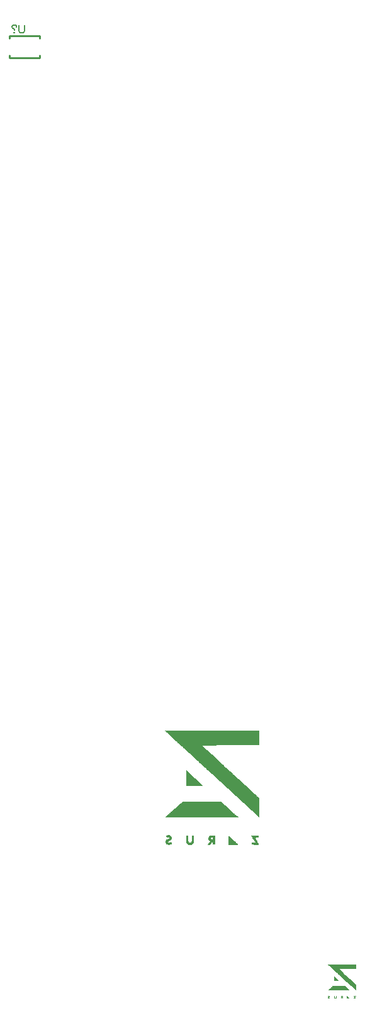
<source format=gbo>
G04 Layer: BottomSilkLayer*
G04 EasyEDA v6.4.7, 2021-05-23T18:21:04+05:00*
G04 4ba805003f7d4cf790364f2a1c8dc171,d3277c0307964fb6908111913dbd2705,10*
G04 Gerber Generator version 0.2*
G04 Scale: 100 percent, Rotated: No, Reflected: No *
G04 Dimensions in inches *
G04 leading zeros omitted , absolute positions ,2 integer and 4 decimal *
%FSLAX24Y24*%
%MOIN*%
G90*
D02*

%ADD10C,0.010000*%
%ADD30C,0.006000*%

%LPD*%

%LPD*%
G36*
G01X14537Y1246D02*
G01X14404Y1368D01*
G01X14402Y1246D01*
G01X14402Y1133D01*
G01X14403Y1123D01*
G01X14414Y1122D01*
G01X14443Y1121D01*
G01X14486Y1121D01*
G01X14537Y1122D01*
G01X14669Y1123D01*
G01X14537Y1246D01*
G37*

%LPD*%
G36*
G01X15568Y1998D02*
G01X14630Y1998D01*
G01X14595Y1997D01*
G01X14239Y1997D01*
G01X14217Y1996D01*
G01X14072Y1996D01*
G01X14070Y1995D01*
G01X14069Y1995D01*
G01X14069Y1994D01*
G01X14072Y1993D01*
G01X14079Y1986D01*
G01X14085Y1981D01*
G01X14099Y1967D01*
G01X14108Y1959D01*
G01X14118Y1950D01*
G01X14129Y1940D01*
G01X14141Y1929D01*
G01X14154Y1917D01*
G01X14168Y1905D01*
G01X14182Y1891D01*
G01X14198Y1877D01*
G01X14232Y1845D01*
G01X14270Y1811D01*
G01X14290Y1792D01*
G01X14332Y1754D01*
G01X14355Y1734D01*
G01X14377Y1713D01*
G01X14425Y1669D01*
G01X14450Y1646D01*
G01X14476Y1623D01*
G01X14502Y1599D01*
G01X14528Y1574D01*
G01X14555Y1550D01*
G01X14611Y1498D01*
G01X14639Y1473D01*
G01X14697Y1419D01*
G01X14727Y1392D01*
G01X14757Y1364D01*
G01X14788Y1336D01*
G01X14818Y1308D01*
G01X15565Y624D01*
G01X15567Y773D01*
G01X15567Y819D01*
G01X15568Y854D01*
G01X15567Y881D01*
G01X15567Y901D01*
G01X15565Y915D01*
G01X15564Y924D01*
G01X15561Y930D01*
G01X15558Y935D01*
G01X15554Y938D01*
G01X15537Y955D01*
G01X15523Y967D01*
G01X15507Y983D01*
G01X15488Y1000D01*
G01X15467Y1020D01*
G01X15443Y1042D01*
G01X15418Y1065D01*
G01X15392Y1089D01*
G01X15364Y1115D01*
G01X15335Y1141D01*
G01X15320Y1155D01*
G01X15304Y1169D01*
G01X15288Y1184D01*
G01X15271Y1200D01*
G01X15253Y1217D01*
G01X15234Y1233D01*
G01X15215Y1251D01*
G01X15196Y1268D01*
G01X15177Y1286D01*
G01X15157Y1304D01*
G01X15137Y1323D01*
G01X15117Y1341D01*
G01X15097Y1360D01*
G01X15056Y1397D01*
G01X15016Y1433D01*
G01X14978Y1469D01*
G01X14940Y1503D01*
G01X14906Y1535D01*
G01X14889Y1550D01*
G01X14655Y1765D01*
G01X15112Y1766D01*
G01X15568Y1768D01*
G01X15568Y1998D01*
G37*

%LPD*%
G36*
G01X14955Y873D02*
G01X14591Y873D01*
G01X14537Y872D01*
G01X14454Y872D01*
G01X14424Y871D01*
G01X14399Y871D01*
G01X14380Y870D01*
G01X14366Y869D01*
G01X14355Y868D01*
G01X14347Y866D01*
G01X14341Y864D01*
G01X14336Y862D01*
G01X14330Y857D01*
G01X14319Y848D01*
G01X14305Y836D01*
G01X14287Y821D01*
G01X14267Y803D01*
G01X14244Y783D01*
G01X14221Y762D01*
G01X14197Y741D01*
G01X14174Y719D01*
G01X14152Y699D01*
G01X14131Y679D01*
G01X14112Y662D01*
G01X14077Y627D01*
G01X14074Y623D01*
G01X14080Y623D01*
G01X14086Y622D01*
G01X14095Y622D01*
G01X14106Y621D01*
G01X14174Y621D01*
G01X14196Y620D01*
G01X14272Y620D01*
G01X14301Y619D01*
G01X15137Y619D01*
G01X15157Y620D01*
G01X15215Y620D01*
G01X15224Y621D01*
G01X15235Y621D01*
G01X15232Y624D01*
G01X15223Y632D01*
G01X15210Y644D01*
G01X15193Y659D01*
G01X15172Y678D01*
G01X15148Y699D01*
G01X15122Y723D01*
G01X15093Y748D01*
G01X14955Y873D01*
G37*

%LPD*%
G36*
G01X14129Y340D02*
G01X14125Y340D01*
G01X14114Y338D01*
G01X14099Y333D01*
G01X14086Y328D01*
G01X14081Y323D01*
G01X14083Y314D01*
G01X14090Y307D01*
G01X14100Y303D01*
G01X14112Y301D01*
G01X14127Y298D01*
G01X14132Y292D01*
G01X14127Y285D01*
G01X14114Y278D01*
G01X14096Y271D01*
G01X14084Y261D01*
G01X14077Y249D01*
G01X14074Y235D01*
G01X14081Y209D01*
G01X14098Y191D01*
G01X14124Y184D01*
G01X14156Y189D01*
G01X14169Y194D01*
G01X14176Y200D01*
G01X14176Y208D01*
G01X14171Y219D01*
G01X14167Y226D01*
G01X14163Y228D01*
G01X14157Y226D01*
G01X14147Y221D01*
G01X14137Y215D01*
G01X14131Y213D01*
G01X14126Y215D01*
G01X14120Y219D01*
G01X14115Y228D01*
G01X14117Y235D01*
G01X14126Y243D01*
G01X14144Y251D01*
G01X14168Y267D01*
G01X14176Y290D01*
G01X14169Y313D01*
G01X14147Y332D01*
G01X14140Y336D01*
G01X14134Y338D01*
G01X14129Y340D01*
G37*

%LPD*%
G36*
G01X15557Y334D02*
G01X15434Y334D01*
G01X15451Y305D01*
G01X15459Y292D01*
G01X15477Y262D01*
G01X15484Y250D01*
G01X15501Y222D01*
G01X15471Y221D01*
G01X15454Y219D01*
G01X15445Y217D01*
G01X15442Y211D01*
G01X15442Y202D01*
G01X15444Y186D01*
G01X15503Y184D01*
G01X15527Y184D01*
G01X15546Y185D01*
G01X15558Y186D01*
G01X15562Y188D01*
G01X15560Y195D01*
G01X15553Y207D01*
G01X15544Y225D01*
G01X15502Y295D01*
G01X15527Y298D01*
G01X15541Y300D01*
G01X15549Y303D01*
G01X15553Y309D01*
G01X15555Y317D01*
G01X15557Y334D01*
G37*

%LPD*%
G36*
G01X15086Y323D02*
G01X15080Y328D01*
G01X15079Y323D01*
G01X15079Y307D01*
G01X15078Y284D01*
G01X15078Y183D01*
G01X15187Y183D01*
G01X15210Y184D01*
G01X15224Y186D01*
G01X15228Y189D01*
G01X15222Y197D01*
G01X15206Y213D01*
G01X15182Y236D01*
G01X15126Y288D01*
G01X15086Y323D01*
G37*

%LPD*%
G36*
G01X14437Y334D02*
G01X14401Y334D01*
G01X14401Y243D01*
G01X14403Y224D01*
G01X14409Y212D01*
G01X14418Y201D01*
G01X14429Y192D01*
G01X14438Y186D01*
G01X14450Y184D01*
G01X14464Y183D01*
G01X14479Y184D01*
G01X14490Y186D01*
G01X14500Y192D01*
G01X14510Y201D01*
G01X14520Y212D01*
G01X14526Y224D01*
G01X14527Y243D01*
G01X14528Y276D01*
G01X14528Y334D01*
G01X14492Y334D01*
G01X14492Y288D01*
G01X14490Y255D01*
G01X14485Y233D01*
G01X14477Y222D01*
G01X14462Y219D01*
G01X14449Y222D01*
G01X14442Y232D01*
G01X14438Y253D01*
G01X14437Y290D01*
G01X14437Y334D01*
G37*

%LPD*%
G36*
G01X14867Y334D02*
G01X14830Y334D01*
G01X14795Y332D01*
G01X14773Y324D01*
G01X14761Y308D01*
G01X14758Y284D01*
G01X14759Y273D01*
G01X14760Y265D01*
G01X14764Y259D01*
G01X14770Y254D01*
G01X14778Y248D01*
G01X14781Y242D01*
G01X14776Y232D01*
G01X14764Y216D01*
G01X14757Y207D01*
G01X14747Y192D01*
G01X14746Y188D01*
G01X14747Y186D01*
G01X14752Y184D01*
G01X14758Y183D01*
G01X14766Y183D01*
G01X14778Y184D01*
G01X14786Y188D01*
G01X14794Y196D01*
G01X14804Y210D01*
G01X14821Y238D01*
G01X14824Y212D01*
G01X14827Y198D01*
G01X14830Y190D01*
G01X14835Y187D01*
G01X14846Y186D01*
G01X14864Y186D01*
G01X14867Y334D01*
G37*

%LPC*%
G36*
G01X14818Y303D02*
G01X14813Y304D01*
G01X14808Y303D01*
G01X14804Y301D01*
G01X14800Y298D01*
G01X14798Y294D01*
G01X14797Y285D01*
G01X14801Y277D01*
G01X14807Y270D01*
G01X14816Y268D01*
G01X14819Y269D01*
G01X14822Y273D01*
G01X14824Y278D01*
G01X14824Y294D01*
G01X14822Y300D01*
G01X14818Y303D01*
G37*

%LPD*%
G36*
G01X7453Y11469D02*
G01X6569Y12283D01*
G01X6563Y11878D01*
G01X6563Y11837D01*
G01X6562Y11797D01*
G01X6562Y11758D01*
G01X6561Y11721D01*
G01X6561Y11563D01*
G01X6562Y11540D01*
G01X6562Y11519D01*
G01X6563Y11501D01*
G01X6563Y11486D01*
G01X6564Y11476D01*
G01X6564Y11469D01*
G01X6565Y11466D01*
G01X6568Y11465D01*
G01X6576Y11464D01*
G01X6587Y11464D01*
G01X6603Y11463D01*
G01X6645Y11463D01*
G01X6671Y11462D01*
G01X6841Y11462D01*
G01X6882Y11463D01*
G01X6968Y11463D01*
G01X7013Y11464D01*
G01X7453Y11469D01*
G37*

%LPD*%
G36*
G01X10450Y14382D02*
G01X6698Y14382D01*
G01X6664Y14381D01*
G01X6351Y14381D01*
G01X6321Y14380D01*
G01X5954Y14380D01*
G01X5931Y14379D01*
G01X5784Y14379D01*
G01X5765Y14378D01*
G01X5603Y14378D01*
G01X5589Y14377D01*
G01X5522Y14377D01*
G01X5513Y14376D01*
G01X5459Y14376D01*
G01X5456Y14375D01*
G01X5451Y14375D01*
G01X5453Y14373D01*
G01X5455Y14372D01*
G01X5456Y14370D01*
G01X5458Y14368D01*
G01X5461Y14366D01*
G01X5463Y14363D01*
G01X5467Y14361D01*
G01X5470Y14357D01*
G01X5474Y14354D01*
G01X5482Y14346D01*
G01X5487Y14342D01*
G01X5492Y14337D01*
G01X5504Y14327D01*
G01X5516Y14315D01*
G01X5530Y14303D01*
G01X5538Y14296D01*
G01X5545Y14288D01*
G01X5553Y14281D01*
G01X5589Y14249D01*
G01X5598Y14240D01*
G01X5608Y14231D01*
G01X5619Y14221D01*
G01X5629Y14212D01*
G01X5651Y14192D01*
G01X5662Y14181D01*
G01X5674Y14171D01*
G01X5686Y14160D01*
G01X5698Y14148D01*
G01X5711Y14137D01*
G01X5723Y14125D01*
G01X5737Y14113D01*
G01X5750Y14101D01*
G01X5764Y14088D01*
G01X5778Y14076D01*
G01X5806Y14050D01*
G01X5851Y14008D01*
G01X5883Y13980D01*
G01X5915Y13950D01*
G01X5932Y13935D01*
G01X5948Y13919D01*
G01X5965Y13904D01*
G01X5983Y13888D01*
G01X6000Y13872D01*
G01X6018Y13855D01*
G01X6036Y13839D01*
G01X6054Y13822D01*
G01X6111Y13771D01*
G01X6149Y13735D01*
G01X6169Y13717D01*
G01X6188Y13699D01*
G01X6209Y13681D01*
G01X6229Y13662D01*
G01X6250Y13643D01*
G01X6270Y13624D01*
G01X6312Y13586D01*
G01X6334Y13566D01*
G01X6355Y13546D01*
G01X6399Y13506D01*
G01X6444Y13465D01*
G01X6466Y13445D01*
G01X6535Y13382D01*
G01X6559Y13360D01*
G01X6582Y13339D01*
G01X6678Y13251D01*
G01X6702Y13228D01*
G01X6727Y13206D01*
G01X6827Y13114D01*
G01X6853Y13091D01*
G01X6878Y13067D01*
G01X6904Y13044D01*
G01X6982Y12972D01*
G01X7009Y12948D01*
G01X7035Y12923D01*
G01X7062Y12899D01*
G01X7115Y12850D01*
G01X7142Y12825D01*
G01X7170Y12800D01*
G01X7225Y12750D01*
G01X7252Y12725D01*
G01X7308Y12673D01*
G01X7336Y12648D01*
G01X7392Y12596D01*
G01X7421Y12570D01*
G01X7449Y12544D01*
G01X7507Y12492D01*
G01X7535Y12465D01*
G01X7564Y12438D01*
G01X7593Y12412D01*
G01X7652Y12358D01*
G01X7681Y12332D01*
G01X7710Y12305D01*
G01X7770Y12250D01*
G01X7800Y12223D01*
G01X7829Y12196D01*
G01X7889Y12141D01*
G01X7919Y12113D01*
G01X7950Y12086D01*
G01X10439Y9804D01*
G01X10445Y10302D01*
G01X10445Y10356D01*
G01X10446Y10407D01*
G01X10446Y10453D01*
G01X10447Y10496D01*
G01X10447Y10604D01*
G01X10446Y10634D01*
G01X10446Y10661D01*
G01X10445Y10686D01*
G01X10445Y10707D01*
G01X10444Y10727D01*
G01X10443Y10744D01*
G01X10441Y10759D01*
G01X10440Y10773D01*
G01X10438Y10785D01*
G01X10436Y10795D01*
G01X10434Y10804D01*
G01X10431Y10812D01*
G01X10428Y10819D01*
G01X10425Y10825D01*
G01X10422Y10830D01*
G01X10418Y10836D01*
G01X10414Y10840D01*
G01X10413Y10842D01*
G01X10400Y10855D01*
G01X10393Y10861D01*
G01X10377Y10877D01*
G01X10367Y10886D01*
G01X10356Y10896D01*
G01X10345Y10907D01*
G01X10319Y10931D01*
G01X10305Y10944D01*
G01X10289Y10959D01*
G01X10273Y10973D01*
G01X10257Y10989D01*
G01X10239Y11005D01*
G01X10221Y11023D01*
G01X10202Y11040D01*
G01X10182Y11059D01*
G01X10140Y11097D01*
G01X10118Y11117D01*
G01X10096Y11138D01*
G01X10073Y11159D01*
G01X10025Y11203D01*
G01X10000Y11226D01*
G01X9975Y11250D01*
G01X9950Y11273D01*
G01X9923Y11297D01*
G01X9897Y11321D01*
G01X9843Y11371D01*
G01X9787Y11423D01*
G01X9759Y11448D01*
G01X9730Y11475D01*
G01X9702Y11501D01*
G01X9672Y11528D01*
G01X9658Y11541D01*
G01X9643Y11555D01*
G01X9627Y11569D01*
G01X9612Y11583D01*
G01X9596Y11597D01*
G01X9581Y11612D01*
G01X9564Y11627D01*
G01X9548Y11642D01*
G01X9514Y11672D01*
G01X9497Y11688D01*
G01X9480Y11703D01*
G01X9463Y11719D01*
G01X9446Y11736D01*
G01X9428Y11752D01*
G01X9392Y11785D01*
G01X9373Y11801D01*
G01X9355Y11818D01*
G01X9336Y11835D01*
G01X9318Y11853D01*
G01X9299Y11870D01*
G01X9261Y11905D01*
G01X9242Y11922D01*
G01X9223Y11940D01*
G01X9203Y11957D01*
G01X9144Y12011D01*
G01X9125Y12030D01*
G01X9085Y12066D01*
G01X9045Y12103D01*
G01X9025Y12121D01*
G01X9005Y12140D01*
G01X8964Y12176D01*
G01X8924Y12213D01*
G01X8904Y12232D01*
G01X8843Y12288D01*
G01X8823Y12306D01*
G01X8783Y12343D01*
G01X8763Y12362D01*
G01X8743Y12380D01*
G01X8722Y12398D01*
G01X8682Y12435D01*
G01X8643Y12472D01*
G01X8603Y12508D01*
G01X8584Y12526D01*
G01X8525Y12579D01*
G01X8506Y12597D01*
G01X8468Y12632D01*
G01X8449Y12649D01*
G01X8431Y12666D01*
G01X8412Y12683D01*
G01X8375Y12717D01*
G01X8357Y12734D01*
G01X8339Y12750D01*
G01X8322Y12766D01*
G01X8286Y12798D01*
G01X8252Y12830D01*
G01X8235Y12845D01*
G01X8219Y12861D01*
G01X8202Y12876D01*
G01X8186Y12890D01*
G01X7407Y13606D01*
G01X8928Y13611D01*
G01X10450Y13617D01*
G01X10450Y14382D01*
G37*

%LPD*%
G36*
G01X8403Y10632D02*
G01X6862Y10632D01*
G01X6825Y10631D01*
G01X6757Y10631D01*
G01X6726Y10630D01*
G01X6669Y10630D01*
G01X6643Y10629D01*
G01X6619Y10629D01*
G01X6595Y10628D01*
G01X6574Y10628D01*
G01X6553Y10627D01*
G01X6534Y10626D01*
G01X6517Y10626D01*
G01X6500Y10625D01*
G01X6485Y10624D01*
G01X6457Y10622D01*
G01X6445Y10621D01*
G01X6434Y10620D01*
G01X6424Y10619D01*
G01X6414Y10617D01*
G01X6405Y10616D01*
G01X6397Y10615D01*
G01X6390Y10613D01*
G01X6383Y10612D01*
G01X6377Y10611D01*
G01X6371Y10609D01*
G01X6356Y10603D01*
G01X6338Y10594D01*
G01X6332Y10589D01*
G01X6323Y10582D01*
G01X6312Y10574D01*
G01X6300Y10564D01*
G01X6286Y10553D01*
G01X6271Y10540D01*
G01X6255Y10526D01*
G01X6237Y10511D01*
G01X6219Y10495D01*
G01X6199Y10478D01*
G01X6178Y10460D01*
G01X6156Y10440D01*
G01X6134Y10421D01*
G01X6086Y10379D01*
G01X6062Y10357D01*
G01X6037Y10334D01*
G01X5959Y10265D01*
G01X5881Y10194D01*
G01X5855Y10169D01*
G01X5828Y10146D01*
G01X5803Y10122D01*
G01X5777Y10099D01*
G01X5752Y10076D01*
G01X5728Y10053D01*
G01X5704Y10031D01*
G01X5681Y10009D01*
G01X5658Y9988D01*
G01X5637Y9968D01*
G01X5616Y9949D01*
G01X5596Y9930D01*
G01X5578Y9912D01*
G01X5544Y9880D01*
G01X5494Y9830D01*
G01X5486Y9821D01*
G01X5479Y9813D01*
G01X5474Y9807D01*
G01X5471Y9803D01*
G01X5470Y9801D01*
G01X5471Y9800D01*
G01X5477Y9800D01*
G01X5481Y9799D01*
G01X5491Y9799D01*
G01X5498Y9798D01*
G01X5523Y9798D01*
G01X5532Y9797D01*
G01X5543Y9797D01*
G01X5554Y9796D01*
G01X5593Y9796D01*
G01X5607Y9795D01*
G01X5638Y9795D01*
G01X5655Y9794D01*
G01X5709Y9794D01*
G01X5729Y9793D01*
G01X5769Y9793D01*
G01X5791Y9792D01*
G01X5883Y9792D01*
G01X5907Y9791D01*
G01X5985Y9791D01*
G01X6012Y9790D01*
G01X6125Y9790D01*
G01X6155Y9789D01*
G01X6246Y9789D01*
G01X6278Y9788D01*
G01X6513Y9788D01*
G01X6548Y9787D01*
G01X6730Y9787D01*
G01X6767Y9786D01*
G01X8268Y9786D01*
G01X8304Y9787D01*
G01X8569Y9787D01*
G01X8600Y9788D01*
G01X8881Y9788D01*
G01X8906Y9789D01*
G01X9022Y9789D01*
G01X9043Y9790D01*
G01X9173Y9790D01*
G01X9189Y9791D01*
G01X9245Y9791D01*
G01X9257Y9792D01*
G01X9312Y9792D01*
G01X9318Y9793D01*
G01X9335Y9793D01*
G01X9338Y9794D01*
G01X9339Y9794D01*
G01X9337Y9795D01*
G01X9334Y9799D01*
G01X9328Y9804D01*
G01X9320Y9811D01*
G01X9310Y9819D01*
G01X9299Y9830D01*
G01X9286Y9842D01*
G01X9271Y9855D01*
G01X9255Y9869D01*
G01X9237Y9886D01*
G01X9218Y9903D01*
G01X9197Y9922D01*
G01X9175Y9941D01*
G01X9152Y9962D01*
G01X9127Y9984D01*
G01X9102Y10007D01*
G01X9048Y10055D01*
G01X8990Y10107D01*
G01X8930Y10161D01*
G01X8898Y10189D01*
G01X8867Y10217D01*
G01X8403Y10632D01*
G37*

%LPD*%
G36*
G01X5651Y8856D02*
G01X5639Y8858D01*
G01X5622Y8856D01*
G01X5601Y8851D01*
G01X5576Y8844D01*
G01X5551Y8835D01*
G01X5528Y8825D01*
G01X5508Y8816D01*
G01X5495Y8807D01*
G01X5490Y8801D01*
G01X5492Y8786D01*
G01X5499Y8772D01*
G01X5509Y8759D01*
G01X5521Y8748D01*
G01X5536Y8740D01*
G01X5554Y8733D01*
G01X5574Y8729D01*
G01X5595Y8727D01*
G01X5623Y8725D01*
G01X5644Y8719D01*
G01X5656Y8710D01*
G01X5661Y8699D01*
G01X5658Y8687D01*
G01X5647Y8674D01*
G01X5628Y8661D01*
G01X5601Y8651D01*
G01X5569Y8639D01*
G01X5542Y8626D01*
G01X5519Y8611D01*
G01X5501Y8594D01*
G01X5487Y8576D01*
G01X5478Y8555D01*
G01X5471Y8532D01*
G01X5470Y8507D01*
G01X5471Y8482D01*
G01X5475Y8460D01*
G01X5482Y8439D01*
G01X5491Y8420D01*
G01X5503Y8402D01*
G01X5516Y8387D01*
G01X5532Y8373D01*
G01X5549Y8362D01*
G01X5569Y8353D01*
G01X5589Y8346D01*
G01X5612Y8341D01*
G01X5635Y8338D01*
G01X5660Y8338D01*
G01X5686Y8341D01*
G01X5713Y8346D01*
G01X5740Y8354D01*
G01X5766Y8363D01*
G01X5785Y8372D01*
G01X5799Y8381D01*
G01X5807Y8391D01*
G01X5810Y8403D01*
G01X5809Y8417D01*
G01X5802Y8434D01*
G01X5792Y8455D01*
G01X5780Y8476D01*
G01X5766Y8483D01*
G01X5746Y8477D01*
G01X5712Y8459D01*
G01X5680Y8442D01*
G01X5657Y8436D01*
G01X5640Y8440D01*
G01X5622Y8455D01*
G01X5610Y8469D01*
G01X5604Y8483D01*
G01X5604Y8496D01*
G01X5610Y8508D01*
G01X5623Y8520D01*
G01X5642Y8533D01*
G01X5668Y8546D01*
G01X5701Y8560D01*
G01X5721Y8569D01*
G01X5739Y8579D01*
G01X5755Y8590D01*
G01X5769Y8603D01*
G01X5780Y8616D01*
G01X5790Y8630D01*
G01X5798Y8644D01*
G01X5804Y8660D01*
G01X5807Y8675D01*
G01X5809Y8691D01*
G01X5809Y8707D01*
G01X5806Y8723D01*
G01X5801Y8738D01*
G01X5795Y8754D01*
G01X5786Y8769D01*
G01X5775Y8783D01*
G01X5762Y8797D01*
G01X5747Y8810D01*
G01X5730Y8822D01*
G01X5711Y8832D01*
G01X5690Y8842D01*
G01X5669Y8850D01*
G01X5651Y8856D01*
G37*

%LPD*%
G36*
G01X10412Y8838D02*
G01X10002Y8838D01*
G01X10058Y8742D01*
G01X10070Y8721D01*
G01X10084Y8698D01*
G01X10129Y8623D01*
G01X10144Y8599D01*
G01X10157Y8576D01*
G01X10170Y8556D01*
G01X10226Y8465D01*
G01X10125Y8459D01*
G01X10093Y8457D01*
G01X10068Y8454D01*
G01X10051Y8451D01*
G01X10039Y8446D01*
G01X10032Y8439D01*
G01X10029Y8429D01*
G01X10028Y8416D01*
G01X10036Y8344D01*
G01X10233Y8338D01*
G01X10347Y8338D01*
G01X10376Y8340D01*
G01X10398Y8342D01*
G01X10415Y8345D01*
G01X10426Y8348D01*
G01X10429Y8352D01*
G01X10427Y8360D01*
G01X10421Y8373D01*
G01X10412Y8392D01*
G01X10400Y8415D01*
G01X10385Y8443D01*
G01X10368Y8473D01*
G01X10349Y8505D01*
G01X10328Y8540D01*
G01X10227Y8707D01*
G01X10313Y8717D01*
G01X10359Y8724D01*
G01X10386Y8735D01*
G01X10399Y8753D01*
G01X10406Y8783D01*
G01X10412Y8838D01*
G37*

%LPD*%
G36*
G01X8824Y8816D02*
G01X8822Y8818D01*
G01X8821Y8813D01*
G01X8819Y8799D01*
G01X8819Y8776D01*
G01X8818Y8747D01*
G01X8817Y8711D01*
G01X8817Y8334D01*
G01X9109Y8334D01*
G01X9146Y8335D01*
G01X9178Y8336D01*
G01X9208Y8336D01*
G01X9234Y8338D01*
G01X9256Y8339D01*
G01X9276Y8341D01*
G01X9291Y8343D01*
G01X9311Y8348D01*
G01X9316Y8351D01*
G01X9317Y8355D01*
G01X9314Y8359D01*
G01X9306Y8368D01*
G01X9295Y8380D01*
G01X9241Y8434D01*
G01X9217Y8457D01*
G01X9191Y8482D01*
G01X9163Y8509D01*
G01X9133Y8537D01*
G01X9101Y8566D01*
G01X9035Y8626D01*
G01X9004Y8655D01*
G01X8974Y8682D01*
G01X8946Y8708D01*
G01X8920Y8732D01*
G01X8896Y8753D01*
G01X8875Y8771D01*
G01X8857Y8788D01*
G01X8843Y8800D01*
G01X8831Y8810D01*
G01X8824Y8816D01*
G37*

%LPD*%
G36*
G01X6679Y8838D02*
G01X6558Y8838D01*
G01X6558Y8645D01*
G01X6559Y8602D01*
G01X6559Y8535D01*
G01X6561Y8509D01*
G01X6563Y8488D01*
G01X6567Y8470D01*
G01X6571Y8455D01*
G01X6577Y8442D01*
G01X6584Y8430D01*
G01X6593Y8419D01*
G01X6604Y8406D01*
G01X6617Y8393D01*
G01X6634Y8377D01*
G01X6651Y8363D01*
G01X6667Y8353D01*
G01X6683Y8346D01*
G01X6701Y8340D01*
G01X6721Y8336D01*
G01X6744Y8335D01*
G01X6770Y8334D01*
G01X6797Y8335D01*
G01X6819Y8336D01*
G01X6840Y8340D01*
G01X6857Y8346D01*
G01X6873Y8353D01*
G01X6889Y8363D01*
G01X6905Y8377D01*
G01X6923Y8393D01*
G01X6936Y8406D01*
G01X6947Y8419D01*
G01X6956Y8430D01*
G01X6963Y8442D01*
G01X6969Y8455D01*
G01X6974Y8470D01*
G01X6977Y8488D01*
G01X6979Y8509D01*
G01X6980Y8535D01*
G01X6981Y8565D01*
G01X6982Y8602D01*
G01X6982Y8838D01*
G01X6861Y8838D01*
G01X6861Y8686D01*
G01X6860Y8643D01*
G01X6859Y8605D01*
G01X6856Y8573D01*
G01X6853Y8545D01*
G01X6847Y8521D01*
G01X6841Y8502D01*
G01X6832Y8486D01*
G01X6822Y8474D01*
G01X6810Y8465D01*
G01X6796Y8459D01*
G01X6780Y8456D01*
G01X6762Y8455D01*
G01X6745Y8456D01*
G01X6731Y8459D01*
G01X6719Y8463D01*
G01X6709Y8471D01*
G01X6701Y8482D01*
G01X6694Y8497D01*
G01X6689Y8516D01*
G01X6686Y8540D01*
G01X6683Y8569D01*
G01X6681Y8604D01*
G01X6680Y8644D01*
G01X6680Y8692D01*
G01X6679Y8838D01*
G37*

%LPD*%
G36*
G01X8112Y8838D02*
G01X7956Y8838D01*
G01X7926Y8836D01*
G01X7898Y8834D01*
G01X7873Y8830D01*
G01X7851Y8825D01*
G01X7831Y8819D01*
G01X7814Y8812D01*
G01X7799Y8803D01*
G01X7786Y8793D01*
G01X7776Y8781D01*
G01X7767Y8767D01*
G01X7760Y8752D01*
G01X7755Y8735D01*
G01X7751Y8716D01*
G01X7749Y8695D01*
G01X7748Y8672D01*
G01X7750Y8636D01*
G01X7757Y8608D01*
G01X7770Y8587D01*
G01X7788Y8571D01*
G01X7805Y8560D01*
G01X7817Y8551D01*
G01X7823Y8541D01*
G01X7825Y8530D01*
G01X7820Y8516D01*
G01X7809Y8498D01*
G01X7792Y8475D01*
G01X7768Y8445D01*
G01X7744Y8414D01*
G01X7725Y8386D01*
G01X7712Y8364D01*
G01X7707Y8351D01*
G01X7713Y8345D01*
G01X7728Y8339D01*
G01X7750Y8336D01*
G01X7776Y8334D01*
G01X7797Y8335D01*
G01X7814Y8337D01*
G01X7829Y8342D01*
G01X7843Y8350D01*
G01X7856Y8361D01*
G01X7870Y8378D01*
G01X7885Y8398D01*
G01X7902Y8425D01*
G01X7960Y8516D01*
G01X7970Y8430D01*
G01X7977Y8383D01*
G01X7987Y8357D01*
G01X8007Y8346D01*
G01X8040Y8344D01*
G01X8101Y8344D01*
G01X8106Y8591D01*
G01X8112Y8838D01*
G37*

%LPC*%
G36*
G01X7950Y8734D02*
G01X7931Y8737D01*
G01X7916Y8735D01*
G01X7901Y8728D01*
G01X7889Y8717D01*
G01X7881Y8705D01*
G01X7878Y8675D01*
G01X7890Y8646D01*
G01X7913Y8625D01*
G01X7942Y8616D01*
G01X7953Y8621D01*
G01X7962Y8632D01*
G01X7968Y8651D01*
G01X7970Y8677D01*
G01X7968Y8706D01*
G01X7961Y8724D01*
G01X7950Y8734D01*
G37*

%LPD*%
G54D10*
G01X-1212Y51095D02*
G01X-1212Y51240D01*
G01X-2787Y50204D02*
G01X-2787Y50059D01*
G01X-1212Y50059D01*
G01X-1212Y50204D01*
G01X-1212Y51240D02*
G01X-2787Y51240D01*
G01X-2787Y51095D01*
G54D30*
G01X-2000Y51804D02*
G01X-2000Y51496D01*
G01X-2019Y51436D01*
G01X-2061Y51394D01*
G01X-2123Y51375D01*
G01X-2163Y51375D01*
G01X-2225Y51394D01*
G01X-2265Y51436D01*
G01X-2286Y51496D01*
G01X-2286Y51804D01*
G01X-2421Y51702D02*
G01X-2421Y51721D01*
G01X-2442Y51763D01*
G01X-2461Y51784D01*
G01X-2503Y51804D01*
G01X-2584Y51804D01*
G01X-2626Y51784D01*
G01X-2646Y51763D01*
G01X-2667Y51721D01*
G01X-2667Y51680D01*
G01X-2646Y51640D01*
G01X-2626Y51619D01*
G01X-2544Y51579D01*
G01X-2544Y51517D01*
G01X-2544Y51415D02*
G01X-2523Y51394D01*
G01X-2544Y51375D01*
G01X-2565Y51394D01*
G01X-2544Y51415D01*
M00*
M02*

</source>
